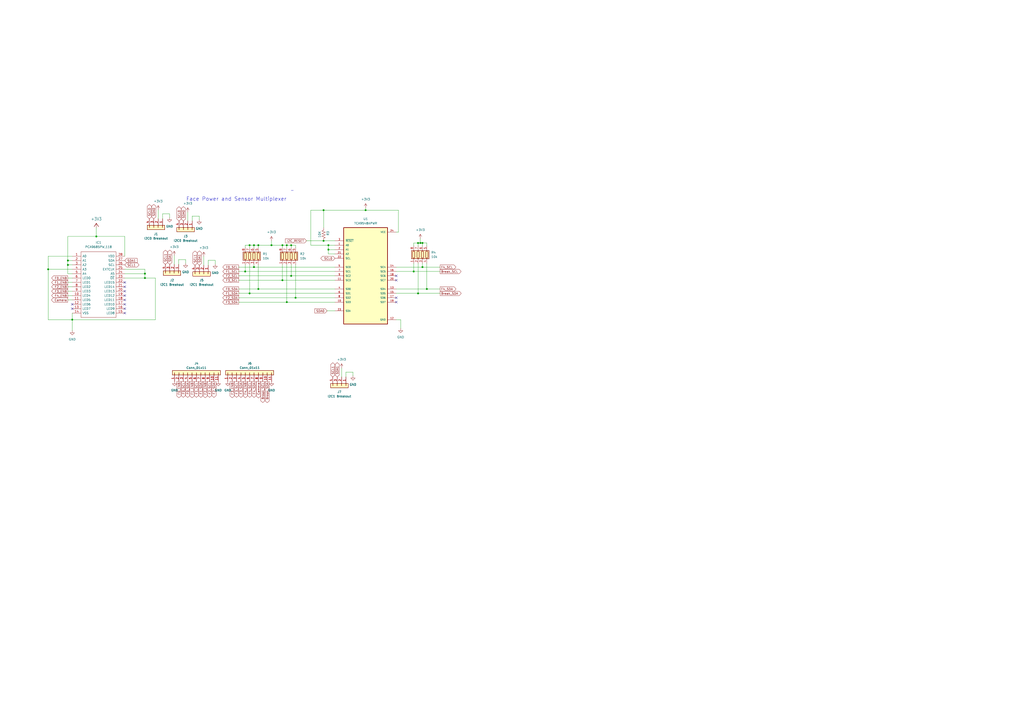
<source format=kicad_sch>
(kicad_sch (version 20230121) (generator eeschema)
  (paper "A2")
  (lib_symbols
    (symbol "Adafruit ItsyBitsy RP2040-eagle-import:+3V3" (power)
      (property "Value" "+3V3" (at -2.54 -5.08 90))
      (symbol "+3V3_1_0"
        (polyline (pts (xy 0 0) (xy -1.27 -1.905)) (stroke (width 0.254)))
        (polyline (pts (xy 1.27 -1.905) (xy 0 0)) (stroke (width 0.254)))
        (pin power_in line (at 0 -2.54 90) (length 2.54) (name "+3V3") (number "1"))
      )
    )
    (symbol "Connector_Generic:Conn_01x04" (pin_names (offset 1.016) hide)
      (property "Reference" "J" (at 0 5.08 0))
      (property "Value" "Conn_01x04" (at 0 -7.62 0))
      (symbol "Conn_01x04_1_1"
        (rectangle (start -1.27 -4.953) (end 0 -5.207) (stroke (width 0.1524)))
        (rectangle (start -1.27 -2.413) (end 0 -2.667) (stroke (width 0.1524)))
        (rectangle (start -1.27 0.127) (end 0 -0.127) (stroke (width 0.1524)))
        (rectangle (start -1.27 2.667) (end 0 2.413) (stroke (width 0.1524)))
        (rectangle (start -1.27 3.81) (end 1.27 -6.35) (stroke (width 0.254)) (fill (type background)))
        (pin passive line (at -5.08 2.54 0) (length 3.81) (name "Pin_1") (number "1"))
        (pin passive line (at -5.08 0 0) (length 3.81) (name "Pin_2") (number "2"))
        (pin passive line (at -5.08 -2.54 0) (length 3.81) (name "Pin_3") (number "3"))
        (pin passive line (at -5.08 -5.08 0) (length 3.81) (name "Pin_4") (number "4"))
      )
    )
    (symbol "Connector_Generic:Conn_01x11" (pin_names (offset 1.016) hide)
      (property "Reference" "J" (at 0 15.24 0))
      (property "Value" "Conn_01x11" (at 0 -15.24 0))
      (symbol "Conn_01x11_1_1"
        (rectangle (start -1.27 -12.573) (end 0 -12.827) (stroke (width 0.1524)))
        (rectangle (start -1.27 -10.033) (end 0 -10.287) (stroke (width 0.1524)))
        (rectangle (start -1.27 -7.493) (end 0 -7.747) (stroke (width 0.1524)))
        (rectangle (start -1.27 -4.953) (end 0 -5.207) (stroke (width 0.1524)))
        (rectangle (start -1.27 -2.413) (end 0 -2.667) (stroke (width 0.1524)))
        (rectangle (start -1.27 0.127) (end 0 -0.127) (stroke (width 0.1524)))
        (rectangle (start -1.27 2.667) (end 0 2.413) (stroke (width 0.1524)))
        (rectangle (start -1.27 5.207) (end 0 4.953) (stroke (width 0.1524)))
        (rectangle (start -1.27 7.747) (end 0 7.493) (stroke (width 0.1524)))
        (rectangle (start -1.27 10.287) (end 0 10.033) (stroke (width 0.1524)))
        (rectangle (start -1.27 12.827) (end 0 12.573) (stroke (width 0.1524)))
        (rectangle (start -1.27 13.97) (end 1.27 -13.97) (stroke (width 0.254)) (fill (type background)))
        (pin passive line (at -5.08 12.7 0) (length 3.81) (name "Pin_1") (number "1"))
        (pin passive line (at -5.08 -10.16 0) (length 3.81) (name "Pin_10") (number "10"))
        (pin passive line (at -5.08 -12.7 0) (length 3.81) (name "Pin_11") (number "11"))
        (pin passive line (at -5.08 10.16 0) (length 3.81) (name "Pin_2") (number "2"))
        (pin passive line (at -5.08 7.62 0) (length 3.81) (name "Pin_3") (number "3"))
        (pin passive line (at -5.08 5.08 0) (length 3.81) (name "Pin_4") (number "4"))
        (pin passive line (at -5.08 2.54 0) (length 3.81) (name "Pin_5") (number "5"))
        (pin passive line (at -5.08 0 0) (length 3.81) (name "Pin_6") (number "6"))
        (pin passive line (at -5.08 -2.54 0) (length 3.81) (name "Pin_7") (number "7"))
        (pin passive line (at -5.08 -5.08 0) (length 3.81) (name "Pin_8") (number "8"))
        (pin passive line (at -5.08 -7.62 0) (length 3.81) (name "Pin_9") (number "9"))
      )
    )
    (symbol "Device:R_Pack04" (pin_names (offset 0) hide)
      (property "Reference" "RN" (at -7.62 0 90))
      (property "Value" "R_Pack04" (at 5.08 0 90))
      (symbol "R_Pack04_0_1"
        (rectangle (start -6.35 -2.413) (end 3.81 2.413) (stroke (width 0.254)) (fill (type background)))
        (rectangle (start -5.715 1.905) (end -4.445 -1.905) (stroke (width 0.254)))
        (rectangle (start -3.175 1.905) (end -1.905 -1.905) (stroke (width 0.254)))
        (rectangle (start -0.635 1.905) (end 0.635 -1.905) (stroke (width 0.254)))
        (polyline (pts (xy -5.08 -2.54) (xy -5.08 -1.905)))
        (polyline (pts (xy -5.08 1.905) (xy -5.08 2.54)))
        (polyline (pts (xy -2.54 -2.54) (xy -2.54 -1.905)))
        (polyline (pts (xy -2.54 1.905) (xy -2.54 2.54)))
        (polyline (pts (xy 0 -2.54) (xy 0 -1.905)))
        (polyline (pts (xy 0 1.905) (xy 0 2.54)))
        (polyline (pts (xy 2.54 -2.54) (xy 2.54 -1.905)))
        (polyline (pts (xy 2.54 1.905) (xy 2.54 2.54)))
        (rectangle (start 1.905 1.905) (end 3.175 -1.905) (stroke (width 0.254)))
      )
      (symbol "R_Pack04_1_1"
        (pin passive line (at -5.08 -5.08 90) (length 2.54) (name "R1.1") (number "1"))
        (pin passive line (at -2.54 -5.08 90) (length 2.54) (name "R2.1") (number "2"))
        (pin passive line (at 0 -5.08 90) (length 2.54) (name "R3.1") (number "3"))
        (pin passive line (at 2.54 -5.08 90) (length 2.54) (name "R4.1") (number "4"))
        (pin passive line (at 2.54 5.08 270) (length 2.54) (name "R4.2") (number "5"))
        (pin passive line (at 0 5.08 270) (length 2.54) (name "R3.2") (number "6"))
        (pin passive line (at -2.54 5.08 270) (length 2.54) (name "R2.2") (number "7"))
        (pin passive line (at -5.08 5.08 270) (length 2.54) (name "R1.2") (number "8"))
      )
    )
    (symbol "Device:R_US" (pin_numbers hide) (pin_names (offset 0))
      (property "Reference" "R" (at 2.54 0 90))
      (property "Value" "R_US" (at -2.54 0 90))
      (symbol "R_US_0_1"
        (polyline (pts (xy 0 -2.286) (xy 0 -2.54)))
        (polyline (pts (xy 0 2.286) (xy 0 2.54)))
        (polyline (pts (xy 0 -0.762) (xy 1.016 -1.143) (xy 0 -1.524) (xy -1.016 -1.905) (xy 0 -2.286)))
        (polyline (pts (xy 0 0.762) (xy 1.016 0.381) (xy 0 0) (xy -1.016 -0.381) (xy 0 -0.762)))
        (polyline (pts (xy 0 2.286) (xy 1.016 1.905) (xy 0 1.524) (xy -1.016 1.143) (xy 0 0.762)))
      )
      (symbol "R_US_1_1"
        (pin passive line (at 0 3.81 270) (length 1.27) (name "~") (number "1"))
        (pin passive line (at 0 -3.81 90) (length 1.27) (name "~") (number "2"))
      )
    )
    (symbol "PCA9685PW_118:PCA9685PW,118" (pin_names (offset 0.762))
      (property "Reference" "IC" (at 26.67 7.62 0))
      (property "Value" "PCA9685PW,118" (at 26.67 5.08 0))
      (symbol "PCA9685PW,118_0_0"
        (pin passive line (at 0 0 0) (length 5.08) (name "A0") (number "1"))
        (pin passive line (at 0 -22.86 0) (length 5.08) (name "LED4") (number "10"))
        (pin passive line (at 0 -25.4 0) (length 5.08) (name "LED5") (number "11"))
        (pin passive line (at 0 -27.94 0) (length 5.08) (name "LED6") (number "12"))
        (pin passive line (at 0 -30.48 0) (length 5.08) (name "LED7") (number "13"))
        (pin passive line (at 0 -33.02 0) (length 5.08) (name "VSS") (number "14"))
        (pin passive line (at 30.48 -33.02 180) (length 5.08) (name "LED8") (number "15"))
        (pin passive line (at 30.48 -30.48 180) (length 5.08) (name "LED9") (number "16"))
        (pin passive line (at 30.48 -27.94 180) (length 5.08) (name "LED10") (number "17"))
        (pin passive line (at 30.48 -25.4 180) (length 5.08) (name "LED11") (number "18"))
        (pin passive line (at 30.48 -22.86 180) (length 5.08) (name "LED12") (number "19"))
        (pin passive line (at 0 -2.54 0) (length 5.08) (name "A1") (number "2"))
        (pin passive line (at 30.48 -20.32 180) (length 5.08) (name "LED13") (number "20"))
        (pin passive line (at 30.48 -17.78 180) (length 5.08) (name "LED14") (number "21"))
        (pin passive line (at 30.48 -15.24 180) (length 5.08) (name "LED15") (number "22"))
        (pin passive line (at 30.48 -12.7 180) (length 5.08) (name "~{OE}") (number "23"))
        (pin passive line (at 30.48 -10.16 180) (length 5.08) (name "A5") (number "24"))
        (pin passive line (at 30.48 -7.62 180) (length 5.08) (name "EXTCLK") (number "25"))
        (pin passive line (at 30.48 -5.08 180) (length 5.08) (name "SCL") (number "26"))
        (pin passive line (at 30.48 -2.54 180) (length 5.08) (name "SDA") (number "27"))
        (pin passive line (at 30.48 0 180) (length 5.08) (name "VDD") (number "28"))
        (pin passive line (at 0 -5.08 0) (length 5.08) (name "A2") (number "3"))
        (pin passive line (at 0 -7.62 0) (length 5.08) (name "A3") (number "4"))
        (pin passive line (at 0 -10.16 0) (length 5.08) (name "A4") (number "5"))
        (pin passive line (at 0 -12.7 0) (length 5.08) (name "LED0") (number "6"))
        (pin passive line (at 0 -15.24 0) (length 5.08) (name "LED1") (number "7"))
        (pin passive line (at 0 -17.78 0) (length 5.08) (name "LED2") (number "8"))
        (pin passive line (at 0 -20.32 0) (length 5.08) (name "LED3") (number "9"))
      )
      (symbol "PCA9685PW,118_0_1"
        (polyline (pts (xy 5.08 2.54) (xy 25.4 2.54) (xy 25.4 -35.56) (xy 5.08 -35.56) (xy 5.08 2.54)) (stroke (width 0.1524)))
      )
    )
    (symbol "TCA9548APWR:TCA9548APWR" (pin_names (offset 1.016))
      (property "Reference" "U" (at -12.7 28.9306 0))
      (property "Value" "TCA9548APWR" (at -12.7 -31.9278 0))
      (symbol "TCA9548APWR_0_0"
        (rectangle (start -12.7 -27.94) (end 12.7 27.94) (stroke (width 0.4064)) (fill (type background)))
        (pin input line (at -17.78 17.78 0) (length 5.08) (name "A0") (number "1"))
        (pin bidirectional line (at -17.78 -15.24 0) (length 5.08) (name "SD3") (number "10"))
        (pin bidirectional line (at -17.78 -2.54 0) (length 5.08) (name "SC3") (number "11"))
        (pin power_in line (at 17.78 -25.4 180) (length 5.08) (name "GND") (number "12"))
        (pin bidirectional line (at 17.78 -7.62 180) (length 5.08) (name "SD4") (number "13"))
        (pin bidirectional line (at 17.78 5.08 180) (length 5.08) (name "SC4") (number "14"))
        (pin bidirectional line (at 17.78 -10.16 180) (length 5.08) (name "SD5") (number "15"))
        (pin bidirectional line (at 17.78 2.54 180) (length 5.08) (name "SC5") (number "16"))
        (pin bidirectional line (at 17.78 -12.7 180) (length 5.08) (name "SD6") (number "17"))
        (pin bidirectional line (at 17.78 0 180) (length 5.08) (name "SC6") (number "18"))
        (pin bidirectional line (at 17.78 -15.24 180) (length 5.08) (name "SD7") (number "19"))
        (pin input line (at -17.78 15.24 0) (length 5.08) (name "A1") (number "2"))
        (pin bidirectional line (at 17.78 -2.54 180) (length 5.08) (name "SC7") (number "20"))
        (pin input line (at -17.78 12.7 0) (length 5.08) (name "A2") (number "21"))
        (pin input line (at -17.78 10.16 0) (length 5.08) (name "SCL") (number "22"))
        (pin bidirectional line (at -17.78 -20.32 0) (length 5.08) (name "SDA") (number "23"))
        (pin power_in line (at 17.78 25.4 180) (length 5.08) (name "VCC") (number "24"))
        (pin input line (at -17.78 20.32 0) (length 5.08) (name "~{RESET}") (number "3"))
        (pin bidirectional line (at -17.78 -7.62 0) (length 5.08) (name "SD0") (number "4"))
        (pin bidirectional line (at -17.78 5.08 0) (length 5.08) (name "SC0") (number "5"))
        (pin bidirectional line (at -17.78 -10.16 0) (length 5.08) (name "SD1") (number "6"))
        (pin bidirectional line (at -17.78 2.54 0) (length 5.08) (name "SC1") (number "7"))
        (pin bidirectional line (at -17.78 -12.7 0) (length 5.08) (name "SD2") (number "8"))
        (pin bidirectional line (at -17.78 0 0) (length 5.08) (name "SC2") (number "9"))
      )
    )
    (symbol "power:+3V3" (power) (pin_names (offset 0))
      (property "Value" "+3V3" (at 0 3.556 0))
      (symbol "+3V3_0_1"
        (polyline (pts (xy -0.762 1.27) (xy 0 2.54)))
        (polyline (pts (xy 0 0) (xy 0 2.54)))
        (polyline (pts (xy 0 2.54) (xy 0.762 1.27)))
      )
      (symbol "+3V3_1_1"
        (pin power_in line (at 0 0 90) (length 0) hide (name "+3V3") (number "1"))
      )
    )
    (symbol "power:GND" (power) (pin_names (offset 0))
      (property "Value" "GND" (at 0 -3.81 0))
      (symbol "GND_0_1"
        (polyline (pts (xy 0 0) (xy 0 -1.27) (xy 1.27 -1.27) (xy 0 -2.54) (xy -1.27 -1.27) (xy 0 -1.27)))
      )
      (symbol "GND_1_1"
        (pin power_in line (at 0 0 270) (length 0) hide (name "GND") (number "1"))
      )
    )
  )
  (junction (at 187.706 121.92))
  (junction (at 243.84 140.9446))
  (junction (at 187.706 139.7))
  (junction (at 142.24 157.48))
  (junction (at 247.5992 167.64))
  (junction (at 39.37 151.13))
  (junction (at 190.5 142.24))
  (junction (at 245.0592 140.9446))
  (junction (at 239.9792 157.48))
  (junction (at 149.86 142.24))
  (junction (at 190.5 144.78))
  (junction (at 39.37 153.67))
  (junction (at 163.83 162.56))
  (junction (at 149.86 167.64))
  (junction (at 168.91 142.24))
  (junction (at 245.0592 154.94))
  (junction (at 147.32 142.24))
  (junction (at 84.074 161.29))
  (junction (at 168.91 160.02))
  (junction (at 27.94 156.21))
  (junction (at 242.5192 140.97))
  (junction (at 144.78 170.18))
  (junction (at 84.074 158.75))
  (junction (at 55.88 137.16))
  (junction (at 242.5192 170.18))
  (junction (at 41.91 185.42))
  (junction (at 166.37 142.24))
  (junction (at 144.78 142.24))
  (junction (at 171.45 172.72))
  (junction (at 147.32 154.94))
  (junction (at 166.37 175.26))
  (junction (at 212.09 121.92))
  (junction (at 163.83 142.24))
  (junction (at 157.48 142.24))
  (no_connect (at 229.87 160.02))
  (no_connect (at 229.87 162.56))
  (no_connect (at 229.87 172.72))
  (no_connect (at 229.87 175.26))
  (no_connect (at 72.39 176.53))
  (no_connect (at 72.39 179.07))
  (no_connect (at 72.39 168.91))
  (no_connect (at 72.39 171.45))
  (no_connect (at 72.39 173.99))
  (no_connect (at 41.91 179.07))
  (no_connect (at 72.39 163.83))
  (no_connect (at 41.91 176.53))
  (no_connect (at 72.39 166.37))
  (no_connect (at 72.39 181.61))
  (wire (pts (xy 115.5446 125.349) (xy 115.5446 127.508)))
  (wire (pts (xy 190.5 142.24) (xy 190.5 144.78)))
  (wire (pts (xy 72.39 156.21) (xy 84.074 156.21)))
  (wire (pts (xy 72.39 161.29) (xy 84.074 161.29)))
  (wire (pts (xy 138.43 170.18) (xy 144.78 170.18)))
  (wire (pts (xy 149.86 153.67) (xy 149.86 167.64)))
  (wire (pts (xy 171.45 142.24) (xy 168.91 142.24)))
  (wire (pts (xy 163.83 143.51) (xy 163.83 142.24)))
  (wire (pts (xy 190.5 144.78) (xy 194.31 144.78)))
  (wire (pts (xy 190.5 142.24) (xy 194.31 142.24)))
  (wire (pts (xy 39.37 166.37) (xy 41.91 166.37)))
  (wire (pts (xy 239.9792 142.6464) (xy 239.9792 140.97)))
  (wire (pts (xy 41.91 153.67) (xy 39.37 153.67)))
  (wire (pts (xy 245.0592 152.8064) (xy 245.0592 154.94)))
  (wire (pts (xy 55.88 137.16) (xy 72.39 137.16)))
  (wire (pts (xy 187.706 139.7) (xy 194.31 139.7)))
  (wire (pts (xy 138.43 160.02) (xy 168.91 160.02)))
  (wire (pts (xy 138.43 167.64) (xy 149.86 167.64)))
  (wire (pts (xy 229.87 167.64) (xy 247.5992 167.64)))
  (wire (pts (xy 39.37 137.16) (xy 39.37 151.13)))
  (wire (pts (xy 171.45 153.67) (xy 171.45 172.72)))
  (wire (pts (xy 144.78 153.67) (xy 144.78 170.18)))
  (wire (pts (xy 72.39 148.59) (xy 72.39 137.16)))
  (wire (pts (xy 39.37 171.45) (xy 41.91 171.45)))
  (wire (pts (xy 41.91 185.42) (xy 41.91 181.61)))
  (wire (pts (xy 190.5 147.32) (xy 194.31 147.32)))
  (wire (pts (xy 166.37 153.67) (xy 166.37 175.26)))
  (wire (pts (xy 198.1454 213.5632) (xy 198.1454 218.6432)))
  (wire (pts (xy 142.24 153.67) (xy 142.24 157.48)))
  (wire (pts (xy 166.37 175.26) (xy 194.31 175.26)))
  (wire (pts (xy 163.83 162.56) (xy 194.31 162.56)))
  (wire (pts (xy 98.3488 124.079) (xy 98.3488 126.238)))
  (wire (pts (xy 168.91 160.02) (xy 194.31 160.02)))
  (wire (pts (xy 229.87 154.94) (xy 245.0592 154.94)))
  (wire (pts (xy 144.78 142.24) (xy 144.78 143.51)))
  (wire (pts (xy 163.83 153.67) (xy 163.83 162.56)))
  (wire (pts (xy 94.2848 126.873) (xy 94.2848 124.079)))
  (wire (pts (xy 242.5192 140.97) (xy 243.84 140.97)))
  (wire (pts (xy 144.78 170.18) (xy 194.31 170.18)))
  (wire (pts (xy 101.0412 148.2852) (xy 101.0412 153.3652)))
  (wire (pts (xy 138.43 175.26) (xy 166.37 175.26)))
  (wire (pts (xy 39.37 173.99) (xy 41.91 173.99)))
  (wire (pts (xy 149.86 142.24) (xy 149.86 143.51)))
  (wire (pts (xy 124.8156 151.0538) (xy 124.8156 153.2128)))
  (polyline (pts (xy 168.91 110.49) (xy 170.18 110.49)))
  (wire (pts (xy 111.4806 128.143) (xy 111.4806 125.349)))
  (wire (pts (xy 189.738 180.34) (xy 194.31 180.34)))
  (wire (pts (xy 239.9792 140.97) (xy 242.5192 140.97)))
  (wire (pts (xy 187.706 121.92) (xy 187.706 132.08)))
  (wire (pts (xy 245.0592 154.94) (xy 255.27 154.94)))
  (wire (pts (xy 239.9792 152.8064) (xy 239.9792 157.48)))
  (wire (pts (xy 107.6452 150.5712) (xy 107.6452 152.7302)))
  (wire (pts (xy 39.37 163.83) (xy 41.91 163.83)))
  (wire (pts (xy 204.7494 215.8492) (xy 204.7494 218.0082)))
  (wire (pts (xy 157.48 142.24) (xy 157.48 139.7)))
  (wire (pts (xy 118.2116 148.7678) (xy 118.2116 153.8478)))
  (wire (pts (xy 242.5192 140.97) (xy 242.5192 142.6464)))
  (wire (pts (xy 200.6854 218.6432) (xy 200.6854 215.8492)))
  (wire (pts (xy 39.37 161.29) (xy 41.91 161.29)))
  (wire (pts (xy 120.7516 151.0538) (xy 124.8156 151.0538)))
  (wire (pts (xy 138.43 157.48) (xy 142.24 157.48)))
  (wire (pts (xy 229.87 157.48) (xy 239.9792 157.48)))
  (wire (pts (xy 144.78 142.24) (xy 147.32 142.24)))
  (wire (pts (xy 157.48 142.24) (xy 163.83 142.24)))
  (wire (pts (xy 212.09 121.92) (xy 187.706 121.92)))
  (wire (pts (xy 247.5992 167.64) (xy 255.27 167.64)))
  (wire (pts (xy 245.0592 140.9446) (xy 243.84 140.9446)))
  (wire (pts (xy 91.7448 121.793) (xy 91.7448 126.873)))
  (wire (pts (xy 103.5812 153.3652) (xy 103.5812 150.5712)))
  (wire (pts (xy 147.32 142.24) (xy 147.32 143.51)))
  (wire (pts (xy 187.706 121.92) (xy 180.34 121.92)))
  (wire (pts (xy 39.37 137.16) (xy 55.88 137.16)))
  (wire (pts (xy 84.074 158.75) (xy 84.074 161.29)))
  (wire (pts (xy 27.94 148.59) (xy 27.94 156.21)))
  (wire (pts (xy 142.24 142.24) (xy 144.78 142.24)))
  (wire (pts (xy 147.32 154.94) (xy 194.31 154.94)))
  (wire (pts (xy 245.0592 142.6464) (xy 245.0592 140.9446)))
  (wire (pts (xy 229.87 170.18) (xy 242.5192 170.18)))
  (wire (pts (xy 142.24 143.51) (xy 142.24 142.24)))
  (wire (pts (xy 242.5192 152.8064) (xy 242.5192 170.18)))
  (wire (pts (xy 231.14 121.92) (xy 231.14 134.62)))
  (wire (pts (xy 247.5992 152.8064) (xy 247.5992 167.64)))
  (wire (pts (xy 149.86 142.24) (xy 157.48 142.24)))
  (wire (pts (xy 138.43 162.56) (xy 163.83 162.56)))
  (wire (pts (xy 147.32 153.67) (xy 147.32 154.94)))
  (wire (pts (xy 41.91 185.42) (xy 90.17 185.42)))
  (wire (pts (xy 149.86 167.64) (xy 194.31 167.64)))
  (wire (pts (xy 166.37 142.24) (xy 163.83 142.24)))
  (wire (pts (xy 168.91 142.24) (xy 168.91 143.51)))
  (wire (pts (xy 41.91 151.13) (xy 39.37 151.13)))
  (wire (pts (xy 27.94 185.42) (xy 41.91 185.42)))
  (wire (pts (xy 39.37 168.91) (xy 41.91 168.91)))
  (wire (pts (xy 138.43 172.72) (xy 171.45 172.72)))
  (wire (pts (xy 147.32 142.24) (xy 149.86 142.24)))
  (wire (pts (xy 27.94 148.59) (xy 41.91 148.59)))
  (wire (pts (xy 243.84 140.9446) (xy 243.84 140.97)))
  (wire (pts (xy 242.5192 170.18) (xy 255.27 170.18)))
  (wire (pts (xy 243.84 138.43) (xy 243.84 140.9446)))
  (wire (pts (xy 103.5812 150.5712) (xy 107.6452 150.5712)))
  (wire (pts (xy 180.34 142.24) (xy 190.5 142.24)))
  (wire (pts (xy 171.45 172.72) (xy 194.31 172.72)))
  (wire (pts (xy 39.37 158.75) (xy 39.37 153.67)))
  (wire (pts (xy 232.41 185.42) (xy 232.41 190.5)))
  (wire (pts (xy 166.37 142.24) (xy 166.37 143.51)))
  (wire (pts (xy 171.45 143.51) (xy 171.45 142.24)))
  (wire (pts (xy 108.9406 123.063) (xy 108.9406 128.143)))
  (wire (pts (xy 41.91 158.75) (xy 39.37 158.75)))
  (wire (pts (xy 84.074 156.21) (xy 84.074 158.75)))
  (wire (pts (xy 90.17 161.29) (xy 90.17 185.42)))
  (wire (pts (xy 27.94 156.21) (xy 27.94 185.42)))
  (wire (pts (xy 168.91 153.67) (xy 168.91 160.02)))
  (wire (pts (xy 27.94 156.21) (xy 41.91 156.21)))
  (wire (pts (xy 168.91 142.24) (xy 166.37 142.24)))
  (wire (pts (xy 212.09 120.65) (xy 212.09 121.92)))
  (wire (pts (xy 39.37 153.67) (xy 39.37 151.13)))
  (wire (pts (xy 239.9792 157.48) (xy 255.27 157.48)))
  (wire (pts (xy 142.24 157.48) (xy 194.31 157.48)))
  (wire (pts (xy 55.88 132.08) (xy 55.88 137.16)))
  (wire (pts (xy 247.5992 140.9446) (xy 245.0592 140.9446)))
  (wire (pts (xy 138.43 154.94) (xy 147.32 154.94)))
  (wire (pts (xy 177.8 139.7) (xy 187.706 139.7)))
  (wire (pts (xy 72.39 158.75) (xy 84.074 158.75)))
  (wire (pts (xy 190.5 144.78) (xy 190.5 147.32)))
  (wire (pts (xy 200.6854 215.8492) (xy 204.7494 215.8492)))
  (wire (pts (xy 111.4806 125.349) (xy 115.5446 125.349)))
  (wire (pts (xy 120.7516 153.8478) (xy 120.7516 151.0538)))
  (wire (pts (xy 41.91 185.42) (xy 41.91 191.77)))
  (wire (pts (xy 180.34 121.92) (xy 180.34 142.24)))
  (wire (pts (xy 231.14 121.92) (xy 212.09 121.92)))
  (wire (pts (xy 229.87 185.42) (xy 232.41 185.42)))
  (wire (pts (xy 247.5992 142.6464) (xy 247.5992 140.9446)))
  (wire (pts (xy 94.2848 124.079) (xy 98.3488 124.079)))
  (wire (pts (xy 229.87 134.62) (xy 231.14 134.62)))
  (wire (pts (xy 90.17 161.29) (xy 84.074 161.29)))
  (text "Face Power and Sensor Multiplexer" (at 107.95 116.84 0) (effects (font (size 2.159 2.159)) (justify left bottom)))
  (global_label "F1_SDA" (shape output) (at 138.43 170.18 180) (property "Intersheetrefs" "${INTERSHEET_REFS}" (effects hide)))
  (global_label "F3_ENB" (shape output) (at 39.37 168.91 180) (property "Intersheetrefs" "${INTERSHEET_REFS}" (effects hide)))
  (global_label "SDA0" (shape input) (at 189.738 180.34 180) (property "Intersheetrefs" "${INTERSHEET_REFS}" (effects hide)))
  (global_label "SDA0" (shape bidirectional) (at 106.4006 128.143 90) (property "Intersheetrefs" "${INTERSHEET_REFS}" (effects hide)))
  (global_label "F0_ENB" (shape output) (at 39.37 161.29 180) (property "Intersheetrefs" "${INTERSHEET_REFS}" (effects hide)))
  (global_label "Break_SCL" (shape output) (at 255.27 157.48 0) (property "Intersheetrefs" "${INTERSHEET_REFS}" (effects hide)))
  (global_label "I2C_RESET" (shape input) (at 177.8 139.7 180) (property "Intersheetrefs" "${INTERSHEET_REFS}" (effects hide)))
  (global_label "F1_SCL" (shape output) (at 113.9444 221.3102 270) (property "Intersheetrefs" "${INTERSHEET_REFS}" (effects hide)))
  (global_label "SCL0" (shape bidirectional) (at 86.6648 126.873 90) (property "Intersheetrefs" "${INTERSHEET_REFS}" (effects hide)))
  (global_label "F0_SDA" (shape output) (at 108.8644 221.3102 270) (property "Intersheetrefs" "${INTERSHEET_REFS}" (effects hide)))
  (global_label "SCL0" (shape bidirectional) (at 194.31 149.86 180) (property "Intersheetrefs" "${INTERSHEET_REFS}" (effects hide)))
  (global_label "F2_SDA" (shape output) (at 138.43 172.72 180) (property "Intersheetrefs" "${INTERSHEET_REFS}" (effects hide)))
  (global_label "F2_SCL" (shape output) (at 138.43 160.02 180) (property "Intersheetrefs" "${INTERSHEET_REFS}" (effects hide)))
  (global_label "F4_ENB" (shape output) (at 142.2908 221.3102 270) (property "Intersheetrefs" "${INTERSHEET_REFS}" (effects hide)))
  (global_label "SDA1" (shape input) (at 72.39 151.13 0) (property "Intersheetrefs" "${INTERSHEET_REFS}" (effects hide)))
  (global_label "SCL1" (shape bidirectional) (at 72.39 153.67 0) (property "Intersheetrefs" "${INTERSHEET_REFS}" (effects hide)))
  (global_label "SDA0" (shape bidirectional) (at 89.2048 126.873 90) (property "Intersheetrefs" "${INTERSHEET_REFS}" (effects hide)))
  (global_label "F0_SDA" (shape output) (at 138.43 167.64 180) (property "Intersheetrefs" "${INTERSHEET_REFS}" (effects hide)))
  (global_label "F2_ENB" (shape output) (at 119.0244 221.3102 270) (property "Intersheetrefs" "${INTERSHEET_REFS}" (effects hide)))
  (global_label "SDA1" (shape bidirectional) (at 115.6716 153.8478 90) (property "Intersheetrefs" "${INTERSHEET_REFS}" (effects hide)))
  (global_label "F3_ENB" (shape output) (at 134.6708 221.3102 270) (property "Intersheetrefs" "${INTERSHEET_REFS}" (effects hide)))
  (global_label "Break_SDA" (shape output) (at 154.9908 221.3102 270) (property "Intersheetrefs" "${INTERSHEET_REFS}" (effects hide)))
  (global_label "SCL1" (shape bidirectional) (at 193.0654 218.6432 90) (property "Intersheetrefs" "${INTERSHEET_REFS}" (effects hide)))
  (global_label "SDA1" (shape bidirectional) (at 98.5012 153.3652 90) (property "Intersheetrefs" "${INTERSHEET_REFS}" (effects hide)))
  (global_label "F1_ENB" (shape output) (at 111.4044 221.3102 270) (property "Intersheetrefs" "${INTERSHEET_REFS}" (effects hide)))
  (global_label "F3_SDA" (shape output) (at 139.7508 221.3102 270) (property "Intersheetrefs" "${INTERSHEET_REFS}" (effects hide)))
  (global_label "F3_SCL" (shape output) (at 137.2108 221.3102 270) (property "Intersheetrefs" "${INTERSHEET_REFS}" (effects hide)))
  (global_label "F0_SCL" (shape output) (at 106.3244 221.3102 270) (property "Intersheetrefs" "${INTERSHEET_REFS}" (effects hide)))
  (global_label "F4_ENB" (shape output) (at 39.37 171.45 180) (property "Intersheetrefs" "${INTERSHEET_REFS}" (effects hide)))
  (global_label "F4_SDA" (shape output) (at 147.3708 221.3102 270) (property "Intersheetrefs" "${INTERSHEET_REFS}" (effects hide)))
  (global_label "F0_ENB" (shape output) (at 103.7844 221.3102 270) (property "Intersheetrefs" "${INTERSHEET_REFS}" (effects hide)))
  (global_label "Camera" (shape output) (at 149.9108 221.3102 270) (property "Intersheetrefs" "${INTERSHEET_REFS}" (effects hide)))
  (global_label "SCL1" (shape bidirectional) (at 95.9612 153.3652 90) (property "Intersheetrefs" "${INTERSHEET_REFS}" (effects hide)))
  (global_label "F2_SCL" (shape output) (at 121.5644 221.3102 270) (property "Intersheetrefs" "${INTERSHEET_REFS}" (effects hide)))
  (global_label "F4_SCL" (shape output) (at 255.27 154.94 0) (property "Intersheetrefs" "${INTERSHEET_REFS}" (effects hide)))
  (global_label "F0_SCL" (shape output) (at 138.43 154.94 180) (property "Intersheetrefs" "${INTERSHEET_REFS}" (effects hide)))
  (global_label "Camera" (shape output) (at 39.37 173.99 180) (property "Intersheetrefs" "${INTERSHEET_REFS}" (effects hide)))
  (global_label "F2_ENB" (shape output) (at 39.37 166.37 180) (property "Intersheetrefs" "${INTERSHEET_REFS}" (effects hide)))
  (global_label "Break_SDA" (shape output) (at 255.27 170.18 0) (property "Intersheetrefs" "${INTERSHEET_REFS}" (effects hide)))
  (global_label "F4_SDA" (shape output) (at 255.27 167.64 0) (property "Intersheetrefs" "${INTERSHEET_REFS}" (effects hide)))
  (global_label "SDA1" (shape bidirectional) (at 195.6054 218.6432 90) (property "Intersheetrefs" "${INTERSHEET_REFS}" (effects hide)))
  (global_label "SCL0" (shape bidirectional) (at 103.8606 128.143 90) (property "Intersheetrefs" "${INTERSHEET_REFS}" (effects hide)))
  (global_label "F1_SCL" (shape output) (at 138.43 157.48 180) (property "Intersheetrefs" "${INTERSHEET_REFS}" (effects hide)))
  (global_label "Break_SCL" (shape output) (at 152.4508 221.3102 270) (property "Intersheetrefs" "${INTERSHEET_REFS}" (effects hide)))
  (global_label "F1_ENB" (shape output) (at 39.37 163.83 180) (property "Intersheetrefs" "${INTERSHEET_REFS}" (effects hide)))
  (global_label "F1_SDA" (shape output) (at 116.4844 221.3102 270) (property "Intersheetrefs" "${INTERSHEET_REFS}" (effects hide)))
  (global_label "F3_SCL" (shape output) (at 138.43 162.56 180) (property "Intersheetrefs" "${INTERSHEET_REFS}" (effects hide)))
  (global_label "F4_SCL" (shape output) (at 144.8308 221.3102 270) (property "Intersheetrefs" "${INTERSHEET_REFS}" (effects hide)))
  (global_label "F2_SDA" (shape output) (at 124.1044 221.3102 270) (property "Intersheetrefs" "${INTERSHEET_REFS}" (effects hide)))
  (global_label "SCL1" (shape bidirectional) (at 113.1316 153.8478 90) (property "Intersheetrefs" "${INTERSHEET_REFS}" (effects hide)))
  (global_label "F3_SDA" (shape output) (at 138.43 175.26 180) (property "Intersheetrefs" "${INTERSHEET_REFS}" (effects hide)))
  (symbol (lib_id "power:GND") (at 124.8156 153.2128 0) (unit 1)
    (property "Reference" "#PWR010" (effects hide))
    (property "Value" "GND" (at 124.8156 158.2928 0))
  )
  (symbol (lib_id "power:GND") (at 204.7494 218.0082 0) (unit 1)
    (property "Reference" "#PWR019" (effects hide))
    (property "Value" "GND" (at 204.7494 223.0882 0))
  )
  (symbol (lib_id "power:GND") (at 41.91 191.77 0) (unit 1)
    (property "Reference" "#PWR01" (effects hide))
    (property "Value" "GND" (at 41.91 196.85 0))
  )
  (symbol (lib_id "Device:R_US") (at 187.706 135.89 0) (mirror y) (unit 1)
    (property "Reference" "R3" (at 190.246 133.985 90) (effects (justify right)))
    (property "Value" "10K" (at 185.42 133.985 90) (effects (justify right)))
    (property "Footprint" "Resistor_SMD:R_0603_1608Metric" (effects hide))
    (property "Description" "100K 0603" (effects hide))
  )
  (symbol (lib_id "Connector_Generic:Conn_01x04") (at 118.2116 158.9278 270) (unit 1)
    (property "Reference" "J5" (at 116.9416 162.56 90))
    (property "Value" "I2C1 Breakout" (at 116.9416 165.1 90))
    (property "Footprint" "Connector_JST:JST_SH_BM04B-SRSS-TB_1x04-1MP_P1.00mm_Vertical" (effects hide))
  )
  (symbol (lib_id "Connector_Generic:Conn_01x04") (at 101.0412 158.4452 270) (unit 1)
    (property "Reference" "J2" (at 99.7712 162.56 90))
    (property "Value" "I2C1 Breakout" (at 99.7712 165.1 90))
    (property "Footprint" "Connector_JST:JST_SH_BM04B-SRSS-TB_1x04-1MP_P1.00mm_Vertical" (effects hide))
  )
  (symbol (lib_id "Connector_Generic:Conn_01x04") (at 91.7448 131.953 270) (unit 1)
    (property "Reference" "J1" (at 90.4748 135.763 90))
    (property "Value" "I2C0 Breakout" (at 90.4748 138.303 90))
    (property "Footprint" "Connector_JST:JST_SH_BM04B-SRSS-TB_1x04-1MP_P1.00mm_Vertical" (effects hide))
  )
  (symbol (lib_id "Device:R_Pack04") (at 168.91 148.59 0) (unit 1)
    (property "Reference" "R2" (at 173.99 147.3199 0) (effects (justify left)))
    (property "Value" "10k" (at 173.99 149.8599 0) (effects (justify left)))
    (property "Footprint" "Resistor_SMD:R_Array_Convex_4x0603" (effects hide))
  )
  (symbol (lib_id "Device:R_Pack04") (at 147.32 148.59 0) (unit 1)
    (property "Reference" "R1" (at 152.4 147.3199 0) (effects (justify left)))
    (property "Value" "10k" (at 152.4 149.8599 0) (effects (justify left)))
    (property "Footprint" "Resistor_SMD:R_Array_Convex_4x0603" (effects hide))
  )
  (symbol (lib_id "power:GND") (at 157.5308 221.3102 0) (unit 1)
    (property "Reference" "#PWR014" (effects hide))
    (property "Value" "GND" (at 157.5308 226.3902 0))
  )
  (symbol (lib_id "Adafruit ItsyBitsy RP2040-eagle-import:+3V3") (at 55.88 129.54 0) (unit 1)
    (property "Reference" "#+3V01" (effects hide))
    (property "Value" "+3V3" (at 55.88 127 0) (effects (font (size 1.778 1.5113))))
    (property "Footprint" "Adafruit ItsyBitsy RP2040:" (effects hide))
  )
  (symbol (lib_id "PCA9685PW_118:PCA9685PW,118") (at 41.91 148.59 0) (unit 1)
    (property "Reference" "IC1" (at 57.15 140.716 0))
    (property "Value" "PCA9685PW,118" (at 57.15 143.256 0))
    (property "Footprint" "PCA9685:SOP65P640X110-28N" (effects hide))
    (property "Datasheet" "http://www.nxp.com/docs/en/data-sheet/PCA9685.pdf" (effects hide))
    (property "Description" "LED Display Drivers" (effects hide))
    (property "Height" "1.1" (effects hide))
    (property "Mouser Part Number" "771-PCA9685PW,118" (effects hide))
    (property "Mouser Price/Stock" "https://www.mouser.co.uk/ProductDetail/NXP-Semiconductors/PCA9685PW118?qs=6YAT8rHPFU%252BtfwwKq4nwEQ%3D%3D" (effects hide))
    (property "Manufacturer_Name" "NXP" (effects hide))
    (property "Manufacturer_Part_Number" "PCA9685PW,118" (effects hide))
  )
  (symbol (lib_id "power:GND") (at 232.41 190.5 0) (unit 1)
    (property "Reference" "#PWR016" (effects hide))
    (property "Value" "GND" (at 232.41 195.58 0))
  )
  (symbol (lib_id "Device:R_Pack04") (at 245.0592 147.7264 0) (unit 1)
    (property "Reference" "R4" (at 250.1392 146.4563 0) (effects (justify left)))
    (property "Value" "10k" (at 250.1392 148.9963 0) (effects (justify left)))
    (property "Footprint" "Resistor_SMD:R_Array_Convex_4x0603" (effects hide))
  )
  (symbol (lib_id "power:+3V3") (at 101.0412 148.2852 0) (unit 1)
    (property "Reference" "#PWR04" (effects hide))
    (property "Value" "+3V3" (at 101.0412 143.2052 0))
  )
  (symbol (lib_id "Connector_Generic:Conn_01x11") (at 113.9444 216.2302 90) (unit 1)
    (property "Reference" "J4" (at 113.9444 210.82 90))
    (property "Value" "Conn_01x11" (at 113.9444 213.36 90))
    (property "Footprint" "Connector_PinHeader_2.54mm:PinHeader_1x11_P2.54mm_Vertical" (effects hide))
  )
  (symbol (lib_id "power:GND") (at 101.2444 221.3102 0) (unit 1)
    (property "Reference" "#PWR05" (effects hide))
    (property "Value" "GND" (at 101.2444 226.3902 0))
  )
  (symbol (lib_id "power:+3V3") (at 118.2116 148.7678 0) (unit 1)
    (property "Reference" "#PWR09" (effects hide))
    (property "Value" "+3V3" (at 118.2116 143.6878 0))
  )
  (symbol (lib_id "power:+3V3") (at 91.7448 121.793 0) (unit 1)
    (property "Reference" "#PWR02" (effects hide))
    (property "Value" "+3V3" (at 91.7448 116.713 0))
  )
  (symbol (lib_id "Connector_Generic:Conn_01x11") (at 144.8308 216.2302 90) (unit 1)
    (property "Reference" "J6" (at 144.8308 210.82 90))
    (property "Value" "Conn_01x11" (at 144.8308 213.36 90))
    (property "Footprint" "Connector_PinHeader_2.54mm:PinHeader_1x11_P2.54mm_Vertical" (effects hide))
  )
  (symbol (lib_id "Connector_Generic:Conn_01x04") (at 198.1454 223.7232 270) (unit 1)
    (property "Reference" "J7" (at 196.8754 227.3554 90))
    (property "Value" "I2C1 Breakout" (at 196.8754 229.8954 90))
    (property "Footprint" "Connector_PinHeader_2.54mm:PinHeader_1x04_P2.54mm_Vertical" (effects hide))
  )
  (symbol (lib_id "power:GND") (at 126.6444 221.3102 0) (unit 1)
    (property "Reference" "#PWR011" (effects hide))
    (property "Value" "GND" (at 126.6444 226.3902 0))
  )
  (symbol (lib_id "TCA9548APWR:TCA9548APWR") (at 212.09 160.02 0) (unit 1)
    (property "Reference" "U1" (at 212.09 127 0))
    (property "Value" "TCA9548APWR" (at 212.09 129.54 0))
    (property "Footprint" "TCA9548APWR:SOP65P640X120-24N" (effects hide))
  )
  (symbol (lib_id "power:+3V3") (at 108.9406 123.063 0) (unit 1)
    (property "Reference" "#PWR07" (effects hide))
    (property "Value" "+3V3" (at 108.9406 117.983 0))
  )
  (symbol (lib_id "power:+3V3") (at 157.48 139.7 0) (unit 1)
    (property "Reference" "#PWR013" (effects hide))
    (property "Value" "+3V3" (at 157.48 134.62 0))
  )
  (symbol (lib_id "power:GND") (at 107.6452 152.7302 0) (unit 1)
    (property "Reference" "#PWR06" (effects hide))
    (property "Value" "GND" (at 107.6452 157.8102 0))
  )
  (symbol (lib_id "power:GND") (at 115.5446 127.508 0) (unit 1)
    (property "Reference" "#PWR08" (effects hide))
    (property "Value" "GND" (at 115.5446 132.588 0))
  )
  (symbol (lib_id "power:GND") (at 132.1308 221.3102 0) (unit 1)
    (property "Reference" "#PWR012" (effects hide))
    (property "Value" "GND" (at 132.1308 226.3902 0))
  )
  (symbol (lib_id "power:+3V3") (at 198.1454 213.5632 0) (unit 1)
    (property "Reference" "#PWR018" (effects hide))
    (property "Value" "+3V3" (at 198.1454 208.4832 0))
  )
  (symbol (lib_id "power:+3V3") (at 212.09 120.65 0) (unit 1)
    (property "Reference" "#PWR015" (effects hide))
    (property "Value" "+3V3" (at 212.09 115.57 0))
  )
  (symbol (lib_id "Connector_Generic:Conn_01x04") (at 108.9406 133.223 270) (unit 1)
    (property "Reference" "J3" (at 107.6706 137.033 90))
    (property "Value" "I2C0 Breakout" (at 107.6706 139.573 90))
    (property "Footprint" "Connector_JST:JST_SH_BM04B-SRSS-TB_1x04-1MP_P1.00mm_Vertical" (effects hide))
  )
  (symbol (lib_id "power:+3V3") (at 243.84 138.43 0) (unit 1)
    (property "Reference" "#PWR017" (effects hide))
    (property "Value" "+3V3" (at 243.84 133.35 0))
  )
  (symbol (lib_id "power:GND") (at 98.3488 126.238 0) (unit 1)
    (property "Reference" "#PWR03" (effects hide))
    (property "Value" "GND" (at 98.3488 131.318 0))
  )
)
</source>
